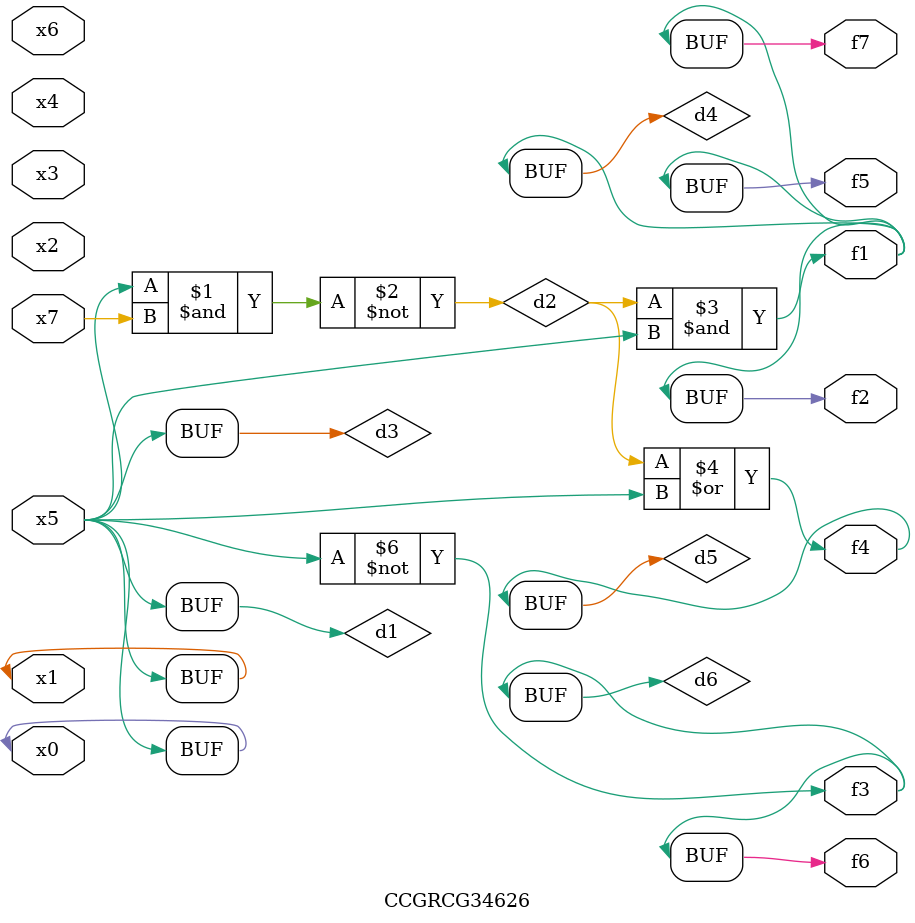
<source format=v>
module CCGRCG34626(
	input x0, x1, x2, x3, x4, x5, x6, x7,
	output f1, f2, f3, f4, f5, f6, f7
);

	wire d1, d2, d3, d4, d5, d6;

	buf (d1, x0, x5);
	nand (d2, x5, x7);
	buf (d3, x0, x1);
	and (d4, d2, d3);
	or (d5, d2, d3);
	nor (d6, d1, d3);
	assign f1 = d4;
	assign f2 = d4;
	assign f3 = d6;
	assign f4 = d5;
	assign f5 = d4;
	assign f6 = d6;
	assign f7 = d4;
endmodule

</source>
